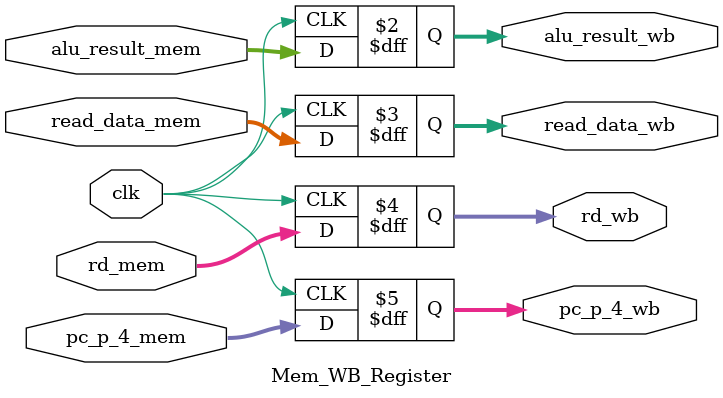
<source format=sv>
`timescale 1ns / 1ps


module Mem_WB_Register(input clk, input logic [31:0] alu_result_mem, input logic [31:0] read_data_mem, input logic [4:0] rd_mem, input logic [31:0] pc_p_4_mem,
output logic [31:0] alu_result_wb, output logic [31:0] read_data_wb, output logic [4:0] rd_wb, output logic [31:0] pc_p_4_wb
    );


    always_ff @( negedge clk ) begin
        alu_result_wb <= alu_result_mem;
        read_data_wb <= read_data_mem;
        rd_wb <= rd_mem;
        pc_p_4_wb <= pc_p_4_mem;
        
    end
endmodule

</source>
